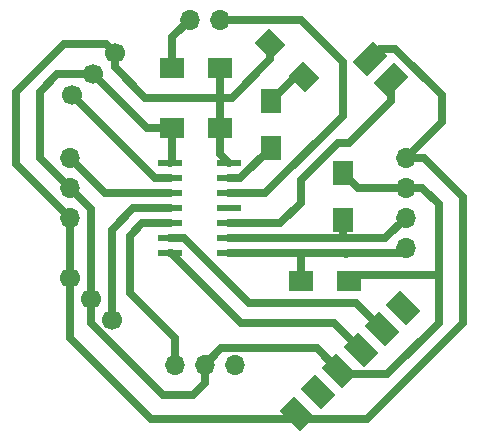
<source format=gbr>
%TF.GenerationSoftware,KiCad,Pcbnew,(6.0.2)*%
%TF.CreationDate,2022-05-06T16:07:13+01:00*%
%TF.ProjectId,input board,696e7075-7420-4626-9f61-72642e6b6963,rev?*%
%TF.SameCoordinates,Original*%
%TF.FileFunction,Copper,L1,Top*%
%TF.FilePolarity,Positive*%
%FSLAX46Y46*%
G04 Gerber Fmt 4.6, Leading zero omitted, Abs format (unit mm)*
G04 Created by KiCad (PCBNEW (6.0.2)) date 2022-05-06 16:07:13*
%MOMM*%
%LPD*%
G01*
G04 APERTURE LIST*
G04 Aperture macros list*
%AMHorizOval*
0 Thick line with rounded ends*
0 $1 width*
0 $2 $3 position (X,Y) of the first rounded end (center of the circle)*
0 $4 $5 position (X,Y) of the second rounded end (center of the circle)*
0 Add line between two ends*
20,1,$1,$2,$3,$4,$5,0*
0 Add two circle primitives to create the rounded ends*
1,1,$1,$2,$3*
1,1,$1,$4,$5*%
%AMRotRect*
0 Rectangle, with rotation*
0 The origin of the aperture is its center*
0 $1 length*
0 $2 width*
0 $3 Rotation angle, in degrees counterclockwise*
0 Add horizontal line*
21,1,$1,$2,0,0,$3*%
G04 Aperture macros list end*
%TA.AperFunction,SMDPad,CuDef*%
%ADD10R,2.000000X1.700000*%
%TD*%
%TA.AperFunction,SMDPad,CuDef*%
%ADD11RotRect,2.500000X1.700000X135.000000*%
%TD*%
%TA.AperFunction,SMDPad,CuDef*%
%ADD12R,2.000000X0.600000*%
%TD*%
%TA.AperFunction,ComponentPad*%
%ADD13O,1.700000X1.700000*%
%TD*%
%TA.AperFunction,ComponentPad*%
%ADD14HorizOval,1.700000X0.000000X0.000000X0.000000X0.000000X0*%
%TD*%
%TA.AperFunction,ComponentPad*%
%ADD15HorizOval,1.700000X0.000000X0.000000X0.000000X0.000000X0*%
%TD*%
%TA.AperFunction,SMDPad,CuDef*%
%ADD16RotRect,2.500000X1.700000X45.000000*%
%TD*%
%TA.AperFunction,SMDPad,CuDef*%
%ADD17R,1.700000X2.000000*%
%TD*%
%TA.AperFunction,SMDPad,CuDef*%
%ADD18RotRect,2.000000X1.700000X315.000000*%
%TD*%
%TA.AperFunction,Conductor*%
%ADD19C,0.700000*%
%TD*%
G04 APERTURE END LIST*
D10*
%TO.P,C1,1*%
%TO.N,/VCC*%
X15558000Y27940000D03*
%TO.P,C1,2*%
%TO.N,/GND*%
X19558000Y27940000D03*
%TD*%
D11*
%TO.P,J8,1,GND*%
%TO.N,/GND*%
X26107846Y3755846D03*
%TO.P,J8,2,CTS*%
%TO.N,unconnected-(J8-Pad2)*%
X27903897Y5551897D03*
%TO.P,J8,3,VCC*%
%TO.N,/VCC*%
X29699948Y7347948D03*
%TO.P,J8,4,TX*%
%TO.N,/TX*%
X31496000Y9144000D03*
%TO.P,J8,5,RX*%
%TO.N,/RX*%
X33292051Y10940051D03*
%TO.P,J8,6,RTS*%
%TO.N,unconnected-(J8-Pad6)*%
X35088102Y12736102D03*
%TD*%
D10*
%TO.P,R2,1*%
%TO.N,/GND*%
X19558000Y33020000D03*
%TO.P,R2,2*%
%TO.N,/r2*%
X15558000Y33020000D03*
%TD*%
%TO.P,R4,1*%
%TO.N,/SDA*%
X26480000Y14986000D03*
%TO.P,R4,2*%
%TO.N,/VCC*%
X30480000Y14986000D03*
%TD*%
D12*
%TO.P,U1,1,VCC*%
%TO.N,/VCC*%
X15393000Y24940000D03*
%TO.P,U1,2,PA4*%
%TO.N,/M1*%
X15393000Y23670000D03*
%TO.P,U1,3,PA5*%
%TO.N,/M2*%
X15393000Y22400000D03*
%TO.P,U1,4,PA6/DAC*%
%TO.N,/TH1*%
X15393000Y21130000D03*
%TO.P,U1,5,PA7*%
%TO.N,/TH2*%
X15393000Y19860000D03*
%TO.P,U1,6,PB3/RXD*%
%TO.N,/RX*%
X15393000Y18590000D03*
%TO.P,U1,7,PB2/TXD*%
%TO.N,/TX*%
X15393000Y17320000D03*
%TO.P,U1,8,PB1/SDA*%
%TO.N,/SDA*%
X20343000Y17320000D03*
%TO.P,U1,9,PB0/SCL*%
%TO.N,/SCL*%
X20343000Y18590000D03*
%TO.P,U1,10,~{RESET}/UPDI/PA0*%
%TO.N,/UPDI*%
X20343000Y19860000D03*
%TO.P,U1,11,PA1*%
%TO.N,unconnected-(U1-Pad11)*%
X20343000Y21130000D03*
%TO.P,U1,12,PA2*%
%TO.N,/PHOTO*%
X20343000Y22400000D03*
%TO.P,U1,13,PA3/SCK*%
%TO.N,/LED*%
X20343000Y23670000D03*
%TO.P,U1,14,GND*%
%TO.N,/GND*%
X20343000Y24940000D03*
%TD*%
D13*
%TO.P,J2,1,Pin_1*%
%TO.N,/GND*%
X6858000Y20320000D03*
%TO.P,J2,2,Pin_2*%
%TO.N,/VCC*%
X6858000Y22860000D03*
%TO.P,J2,3,Pin_3*%
%TO.N,/M2*%
X6858000Y25399999D03*
%TD*%
D14*
%TO.P,J3,1,Pin_1*%
%TO.N,/GND*%
X6858000Y15240000D03*
%TO.P,J3,2,Pin_2*%
%TO.N,/VCC*%
X8654051Y13443949D03*
%TO.P,J3,3,Pin_3*%
%TO.N,/TH1*%
X10450102Y11647898D03*
%TD*%
D15*
%TO.P,J1,1,Pin_1*%
%TO.N,/GND*%
X10668000Y34290000D03*
%TO.P,J1,2,Pin_2*%
%TO.N,/VCC*%
X8871949Y32493949D03*
%TO.P,J1,3,Pin_3*%
%TO.N,/M1*%
X7075898Y30697898D03*
%TD*%
D16*
%TO.P,J7,1*%
%TO.N,/GND*%
X32258000Y33782000D03*
%TO.P,J7,2*%
%TO.N,/UPDI*%
X34054051Y31985949D03*
%TD*%
D13*
%TO.P,J5,1,Pin_1*%
%TO.N,/GND*%
X35306000Y25400000D03*
%TO.P,J5,2,Pin_2*%
%TO.N,/VCC*%
X35306000Y22860000D03*
%TO.P,J5,3,Pin_3*%
%TO.N,/SCL*%
X35306000Y20320000D03*
%TO.P,J5,4,Pin_4*%
%TO.N,/SDA*%
X35306000Y17780000D03*
%TD*%
D17*
%TO.P,D1,1,K*%
%TO.N,/R*%
X23876000Y30226000D03*
%TO.P,D1,2,A*%
%TO.N,/LED*%
X23876000Y26226000D03*
%TD*%
%TO.P,R3,1*%
%TO.N,/SCL*%
X29972000Y20130000D03*
%TO.P,R3,2*%
%TO.N,/VCC*%
X29972000Y24130000D03*
%TD*%
D13*
%TO.P,J4,1,Pin_1*%
%TO.N,/GND*%
X20838000Y7874000D03*
%TO.P,J4,2,Pin_2*%
%TO.N,/VCC*%
X18298000Y7874000D03*
%TO.P,J4,3,Pin_3*%
%TO.N,/TH2*%
X15758000Y7874000D03*
%TD*%
D18*
%TO.P,R1,1*%
%TO.N,/GND*%
X23841572Y35086428D03*
%TO.P,R1,2*%
%TO.N,/R*%
X26670000Y32258000D03*
%TD*%
D13*
%TO.P,J6,1,Pin_1*%
%TO.N,/PHOTO*%
X19558000Y37084000D03*
%TO.P,J6,2,Pin_2*%
%TO.N,/r2*%
X17018000Y37084000D03*
%TD*%
D19*
%TO.N,/GND*%
X13275919Y30480000D02*
X20574000Y30480000D01*
X20574000Y30480000D02*
X23841572Y33747572D01*
X10668000Y33087919D02*
X13275919Y30480000D01*
X23841572Y33747572D02*
X23841572Y35086428D01*
X10668000Y34290000D02*
X10668000Y33087919D01*
%TO.N,/SDA*%
X26480000Y17208000D02*
X26368000Y17320000D01*
X26480000Y14986000D02*
X26480000Y17208000D01*
%TO.N,/VCC*%
X30480000Y14986000D02*
X30988000Y15494000D01*
X30988000Y15494000D02*
X38100000Y15494000D01*
%TO.N,/TX*%
X15446000Y17320000D02*
X15393000Y17320000D01*
X31496000Y9144000D02*
X29210000Y11430000D01*
X29210000Y11430000D02*
X21336000Y11430000D01*
X21336000Y11430000D02*
X15446000Y17320000D01*
%TO.N,/GND*%
X6858000Y20320000D02*
X2286000Y24892000D01*
X6350000Y35052000D02*
X9906000Y35052000D01*
X32258000Y33782000D02*
X33141884Y34665884D01*
X26107846Y3755846D02*
X25654000Y3302000D01*
X26107846Y3755846D02*
X26561692Y3302000D01*
X2286000Y24892000D02*
X2286000Y30988000D01*
X32004000Y3302000D02*
X40132000Y11430000D01*
X36830000Y25400000D02*
X35306000Y25400000D01*
X34422116Y34665884D02*
X38354000Y30734000D01*
X19558000Y25725000D02*
X20343000Y24940000D01*
X6858000Y20320000D02*
X6858000Y15240000D01*
X40132000Y11430000D02*
X40132000Y22098000D01*
X25654000Y3302000D02*
X13716000Y3302000D01*
X19558000Y27940000D02*
X19558000Y25725000D01*
X6858000Y10160000D02*
X6858000Y15240000D01*
X38354000Y28448000D02*
X35306000Y25400000D01*
X13716000Y3302000D02*
X6858000Y10160000D01*
X26561692Y3302000D02*
X32004000Y3302000D01*
X9906000Y35052000D02*
X10668000Y34290000D01*
X19558000Y29464000D02*
X19558000Y33020000D01*
X2286000Y30988000D02*
X6350000Y35052000D01*
X38354000Y30734000D02*
X38354000Y28448000D01*
X40132000Y22098000D02*
X36830000Y25400000D01*
X19558000Y27940000D02*
X19558000Y29464000D01*
X33141884Y34665884D02*
X34422116Y34665884D01*
%TO.N,/VCC*%
X38100000Y15494000D02*
X38100000Y11430000D01*
X35306000Y22860000D02*
X36703000Y22860000D01*
X36703000Y22860000D02*
X38100000Y21463000D01*
X27774385Y9273511D02*
X19697511Y9273511D01*
X4318000Y30988000D02*
X4318000Y25400000D01*
X15558000Y27940000D02*
X15558000Y25105000D01*
X33779556Y7109556D02*
X29938340Y7109556D01*
X13425898Y27940000D02*
X8871949Y32493949D01*
X17272000Y5334000D02*
X14784791Y5334000D01*
X19697511Y9273511D02*
X18298000Y7874000D01*
X6858000Y22860000D02*
X8654051Y21063949D01*
X5823949Y32493949D02*
X4318000Y30988000D01*
X18298000Y7874000D02*
X18298000Y6360000D01*
X29699948Y7347948D02*
X27774385Y9273511D01*
X38100000Y21463000D02*
X38100000Y15494000D01*
X8871949Y32493949D02*
X5823949Y32493949D01*
X31242000Y22860000D02*
X29972000Y24130000D01*
X8654051Y21063949D02*
X8654051Y13443949D01*
X35306000Y22860000D02*
X31242000Y22860000D01*
X15558000Y27940000D02*
X13425898Y27940000D01*
X8654051Y11464740D02*
X8654051Y13443949D01*
X38100000Y11430000D02*
X33779556Y7109556D01*
X29938340Y7109556D02*
X29699948Y7347948D01*
X4318000Y25400000D02*
X6858000Y22860000D01*
X18298000Y6360000D02*
X17272000Y5334000D01*
X14784791Y5334000D02*
X8654051Y11464740D01*
X15558000Y25105000D02*
X15393000Y24940000D01*
%TO.N,/M1*%
X14103796Y23670000D02*
X15393000Y23670000D01*
X7075898Y30697898D02*
X14103796Y23670000D01*
%TO.N,/M2*%
X9857999Y22400000D02*
X15393000Y22400000D01*
X6858000Y25399999D02*
X9857999Y22400000D01*
%TO.N,/TH1*%
X10450102Y19340102D02*
X10450102Y11647898D01*
X12240000Y21130000D02*
X10450102Y19340102D01*
X15393000Y21130000D02*
X12240000Y21130000D01*
%TO.N,/TH2*%
X13002000Y19860000D02*
X15393000Y19860000D01*
X11938000Y18796000D02*
X13002000Y19860000D01*
X15758000Y7874000D02*
X15758000Y10150000D01*
X15758000Y10150000D02*
X11938000Y13970000D01*
X11938000Y13970000D02*
X11938000Y18796000D01*
%TO.N,/SDA*%
X30178000Y17320000D02*
X26368000Y17320000D01*
X35306000Y17780000D02*
X34846000Y17320000D01*
X30226000Y17272000D02*
X30178000Y17320000D01*
X34846000Y17320000D02*
X26368000Y17320000D01*
X26368000Y17320000D02*
X20343000Y17320000D01*
%TO.N,/SCL*%
X29972000Y20130000D02*
X29972000Y18796000D01*
X29766000Y18590000D02*
X25448000Y18590000D01*
X20343000Y18590000D02*
X25448000Y18590000D01*
X33576000Y18590000D02*
X35306000Y20320000D01*
X25448000Y18590000D02*
X33576000Y18590000D01*
X29972000Y18796000D02*
X29766000Y18590000D01*
%TO.N,/PHOTO*%
X29972000Y33528000D02*
X26416000Y37084000D01*
X23416000Y22400000D02*
X29972000Y28956000D01*
X26416000Y37084000D02*
X19558000Y37084000D01*
X29972000Y28956000D02*
X29972000Y33528000D01*
X20343000Y22400000D02*
X23416000Y22400000D01*
%TO.N,/UPDI*%
X24686000Y19860000D02*
X20343000Y19860000D01*
X34054051Y30244051D02*
X30480000Y26670000D01*
X30480000Y26670000D02*
X29562978Y26670000D01*
X34054051Y31985949D02*
X34054051Y30244051D01*
X26416000Y21590000D02*
X24686000Y19860000D01*
X29562978Y26670000D02*
X26416000Y23523022D01*
X26416000Y23523022D02*
X26416000Y21590000D01*
%TO.N,/LED*%
X21320000Y23670000D02*
X23876000Y26226000D01*
X20343000Y23670000D02*
X21320000Y23670000D01*
%TO.N,/R*%
X26670000Y32258000D02*
X25908000Y32258000D01*
X25908000Y32258000D02*
X23876000Y30226000D01*
%TO.N,/r2*%
X15558000Y35624000D02*
X17018000Y37084000D01*
X15558000Y33020000D02*
X15558000Y35624000D01*
%TO.N,/RX*%
X22020502Y13091520D02*
X16522022Y18590000D01*
X33292051Y10940051D02*
X31140582Y13091520D01*
X31140582Y13091520D02*
X22020502Y13091520D01*
X16522022Y18590000D02*
X15393000Y18590000D01*
%TD*%
M02*

</source>
